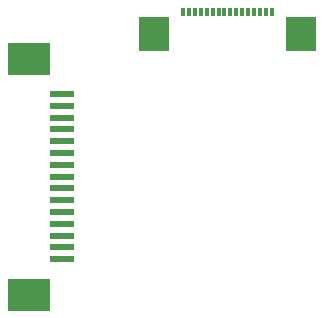
<source format=gtp>
%TF.GenerationSoftware,KiCad,Pcbnew,8.0.3-8.0.3-0~ubuntu22.04.1*%
%TF.CreationDate,2024-07-09T12:22:33+05:30*%
%TF.ProjectId,CSI,4353492e-6b69-4636-9164-5f7063625858,rev?*%
%TF.SameCoordinates,Original*%
%TF.FileFunction,Paste,Top*%
%TF.FilePolarity,Positive*%
%FSLAX46Y46*%
G04 Gerber Fmt 4.6, Leading zero omitted, Abs format (unit mm)*
G04 Created by KiCad (PCBNEW 8.0.3-8.0.3-0~ubuntu22.04.1) date 2024-07-09 12:22:33*
%MOMM*%
%LPD*%
G01*
G04 APERTURE LIST*
%ADD10R,0.300000X0.800000*%
%ADD11R,2.500008X2.999998*%
%ADD12R,2.500000X2.999996*%
%ADD13R,2.000000X0.610000*%
%ADD14R,3.600000X2.680000*%
G04 APERTURE END LIST*
D10*
%TO.C,J1*%
X160275000Y-88475000D03*
X160774998Y-88475000D03*
X161275000Y-88475000D03*
X161774999Y-88475000D03*
X162275001Y-88475000D03*
X162775000Y-88475000D03*
X163274999Y-88475000D03*
X163775000Y-88475000D03*
X164274999Y-88475000D03*
X164775001Y-88475000D03*
X165275000Y-88475000D03*
X165774999Y-88475000D03*
X166275000Y-88475000D03*
X166774999Y-88475000D03*
X167275001Y-88475000D03*
X167775000Y-88475000D03*
D11*
X157774996Y-90375001D03*
D12*
X170274992Y-90375002D03*
%TD*%
D13*
%TO.C,J2*%
X150025000Y-95425000D03*
X150025000Y-96425000D03*
X150025000Y-97425000D03*
X150025000Y-98425000D03*
X150025000Y-99425000D03*
X150025000Y-100425000D03*
X150025000Y-101425000D03*
X150025000Y-102425000D03*
X150025000Y-103425000D03*
X150025000Y-104425000D03*
X150025000Y-105425000D03*
X150025000Y-106425000D03*
X150025000Y-107425000D03*
X150025000Y-108425000D03*
X150025000Y-109425000D03*
D14*
X147225000Y-92435000D03*
X147225000Y-112415000D03*
%TD*%
M02*

</source>
